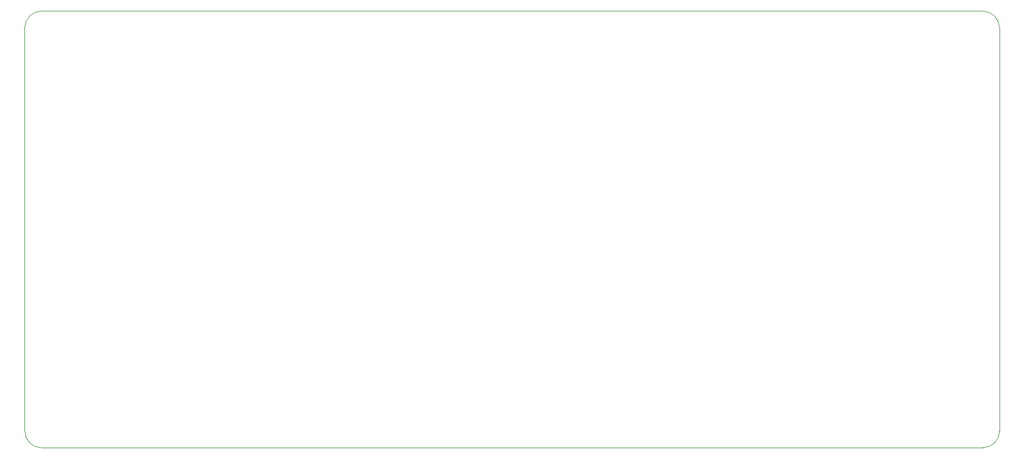
<source format=gbr>
%TF.GenerationSoftware,KiCad,Pcbnew,8.0.6*%
%TF.CreationDate,2025-03-19T14:20:47+02:00*%
%TF.ProjectId,UPD_PCB,5550445f-5043-4422-9e6b-696361645f70,1.1*%
%TF.SameCoordinates,Original*%
%TF.FileFunction,Profile,NP*%
%FSLAX46Y46*%
G04 Gerber Fmt 4.6, Leading zero omitted, Abs format (unit mm)*
G04 Created by KiCad (PCBNEW 8.0.6) date 2025-03-19 14:20:47*
%MOMM*%
%LPD*%
G01*
G04 APERTURE LIST*
%TA.AperFunction,Profile*%
%ADD10C,0.100000*%
%TD*%
G04 APERTURE END LIST*
D10*
X100000000Y-52500000D02*
G75*
G02*
X102500000Y-50000000I2500000J0D01*
G01*
X100000000Y-112500000D02*
X100000000Y-52500000D01*
X244999999Y-112499999D02*
G75*
G02*
X242500000Y-114999999I-2499999J-1D01*
G01*
X245000000Y-52500000D02*
X244999999Y-112499999D01*
X242500000Y-50000000D02*
G75*
G02*
X245000000Y-52500000I0J-2500000D01*
G01*
X242500000Y-114999999D02*
X102500000Y-114999999D01*
X102500000Y-114999999D02*
G75*
G02*
X100000001Y-112500000I0J2499999D01*
G01*
X102500000Y-50000000D02*
X242500000Y-50000000D01*
M02*

</source>
